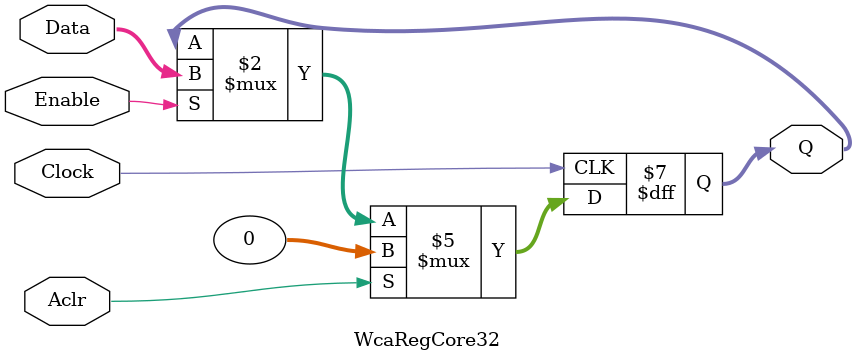
<source format=v>
`timescale 1ns / 1ps


module WcaRegCore32 (Data,Enable,Aclr,Clock,Q);
	input [31:0] Data;
	input Enable, Aclr, Clock;
	output [31:0] Q;
	reg [31:0] Q;

	always @(posedge Clock)
	begin
		if( Aclr)
			Q <= 31'h0;
		else if( Enable)
			Q <= Data;
	end
endmodule

</source>
